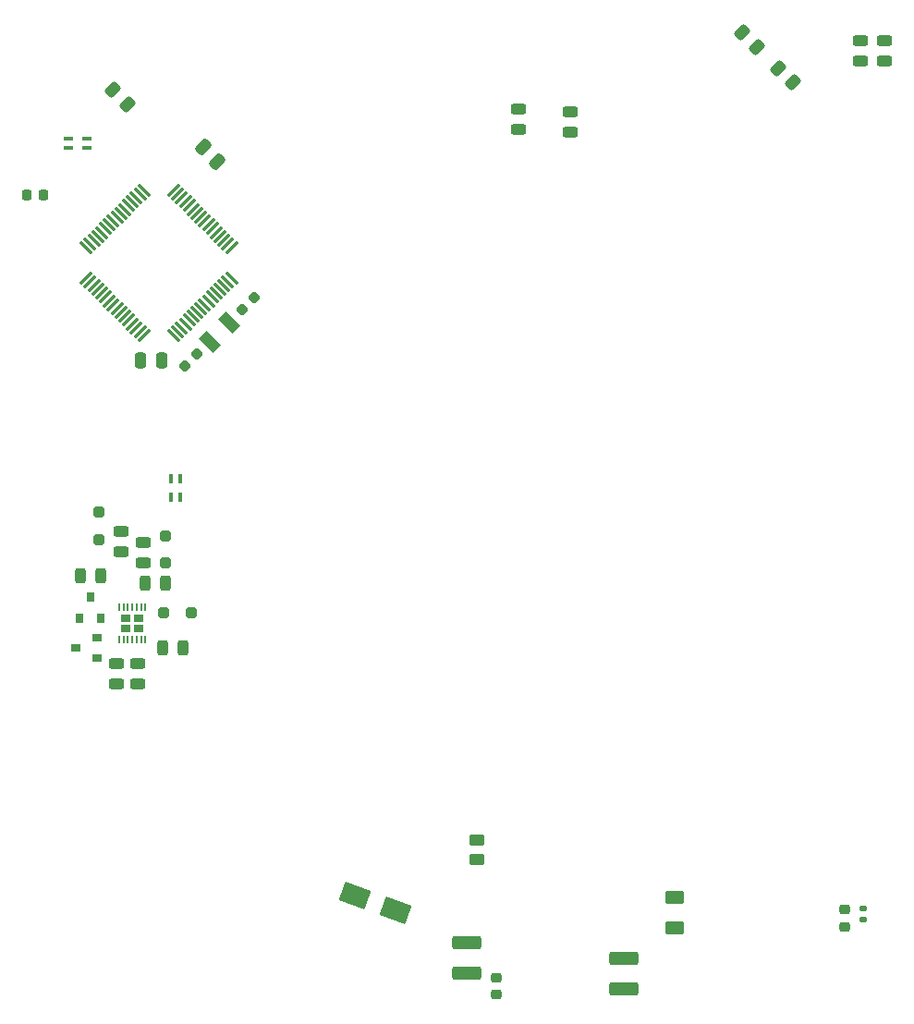
<source format=gbr>
G04 #@! TF.GenerationSoftware,KiCad,Pcbnew,7.0.10*
G04 #@! TF.CreationDate,2024-08-19T09:51:56-07:00*
G04 #@! TF.ProjectId,LCP_PowerControl,4c43505f-506f-4776-9572-436f6e74726f,rev?*
G04 #@! TF.SameCoordinates,Original*
G04 #@! TF.FileFunction,Paste,Bot*
G04 #@! TF.FilePolarity,Positive*
%FSLAX46Y46*%
G04 Gerber Fmt 4.6, Leading zero omitted, Abs format (unit mm)*
G04 Created by KiCad (PCBNEW 7.0.10) date 2024-08-19 09:51:56*
%MOMM*%
%LPD*%
G01*
G04 APERTURE LIST*
G04 Aperture macros list*
%AMRoundRect*
0 Rectangle with rounded corners*
0 $1 Rounding radius*
0 $2 $3 $4 $5 $6 $7 $8 $9 X,Y pos of 4 corners*
0 Add a 4 corners polygon primitive as box body*
4,1,4,$2,$3,$4,$5,$6,$7,$8,$9,$2,$3,0*
0 Add four circle primitives for the rounded corners*
1,1,$1+$1,$2,$3*
1,1,$1+$1,$4,$5*
1,1,$1+$1,$6,$7*
1,1,$1+$1,$8,$9*
0 Add four rect primitives between the rounded corners*
20,1,$1+$1,$2,$3,$4,$5,0*
20,1,$1+$1,$4,$5,$6,$7,0*
20,1,$1+$1,$6,$7,$8,$9,0*
20,1,$1+$1,$8,$9,$2,$3,0*%
%AMRotRect*
0 Rectangle, with rotation*
0 The origin of the aperture is its center*
0 $1 length*
0 $2 width*
0 $3 Rotation angle, in degrees counterclockwise*
0 Add horizontal line*
21,1,$1,$2,0,0,$3*%
G04 Aperture macros list end*
%ADD10RoundRect,0.250000X-0.250000X-0.475000X0.250000X-0.475000X0.250000X0.475000X-0.250000X0.475000X0*%
%ADD11RoundRect,0.250000X0.512652X0.159099X0.159099X0.512652X-0.512652X-0.159099X-0.159099X-0.512652X0*%
%ADD12RoundRect,0.243750X-0.456250X0.243750X-0.456250X-0.243750X0.456250X-0.243750X0.456250X0.243750X0*%
%ADD13RoundRect,0.243750X-0.243750X-0.456250X0.243750X-0.456250X0.243750X0.456250X-0.243750X0.456250X0*%
%ADD14RoundRect,0.218750X0.026517X-0.335876X0.335876X-0.026517X-0.026517X0.335876X-0.335876X0.026517X0*%
%ADD15RoundRect,0.250000X0.625000X-0.375000X0.625000X0.375000X-0.625000X0.375000X-0.625000X-0.375000X0*%
%ADD16RoundRect,0.218750X-0.256250X0.218750X-0.256250X-0.218750X0.256250X-0.218750X0.256250X0.218750X0*%
%ADD17R,0.800000X0.900000*%
%ADD18R,0.900000X0.800000*%
%ADD19RoundRect,0.243750X-0.494975X-0.150260X-0.150260X-0.494975X0.494975X0.150260X0.150260X0.494975X0*%
%ADD20RoundRect,0.243750X0.494975X0.150260X0.150260X0.494975X-0.494975X-0.150260X-0.150260X-0.494975X0*%
%ADD21RoundRect,0.135000X0.185000X-0.135000X0.185000X0.135000X-0.185000X0.135000X-0.185000X-0.135000X0*%
%ADD22R,0.400000X0.900000*%
%ADD23R,0.900000X0.400000*%
%ADD24RoundRect,0.075000X-0.441942X-0.548008X0.548008X0.441942X0.441942X0.548008X-0.548008X-0.441942X0*%
%ADD25RoundRect,0.075000X0.441942X-0.548008X0.548008X-0.441942X-0.441942X0.548008X-0.548008X0.441942X0*%
%ADD26RotRect,1.000000X1.800000X225.000000*%
%ADD27RotRect,2.500000X1.800000X340.000000*%
%ADD28RoundRect,0.250000X-1.075000X0.375000X-1.075000X-0.375000X1.075000X-0.375000X1.075000X0.375000X0*%
%ADD29RoundRect,0.249999X-0.450001X0.262501X-0.450001X-0.262501X0.450001X-0.262501X0.450001X0.262501X0*%
%ADD30RoundRect,0.218750X0.218750X0.256250X-0.218750X0.256250X-0.218750X-0.256250X0.218750X-0.256250X0*%
%ADD31RoundRect,0.243750X0.456250X-0.243750X0.456250X0.243750X-0.456250X0.243750X-0.456250X-0.243750X0*%
%ADD32RoundRect,0.218750X-0.026517X0.335876X-0.335876X0.026517X0.026517X-0.335876X0.335876X-0.026517X0*%
%ADD33RoundRect,0.243750X0.243750X0.456250X-0.243750X0.456250X-0.243750X-0.456250X0.243750X-0.456250X0*%
%ADD34R,0.970000X0.700000*%
%ADD35R,0.250000X0.700000*%
%ADD36RoundRect,0.250000X-0.250000X-0.250000X0.250000X-0.250000X0.250000X0.250000X-0.250000X0.250000X0*%
%ADD37RoundRect,0.250000X0.250000X-0.250000X0.250000X0.250000X-0.250000X0.250000X-0.250000X-0.250000X0*%
G04 APERTURE END LIST*
D10*
X87000000Y-89070000D03*
X88900000Y-89070000D03*
D11*
X94021751Y-70901751D03*
X92678249Y-69558249D03*
D12*
X84772500Y-116840000D03*
X84772500Y-118715000D03*
X86741000Y-116870000D03*
X86741000Y-118745000D03*
D13*
X88978500Y-115443000D03*
X90853500Y-115443000D03*
D14*
X90995500Y-89598500D03*
X92109194Y-88484806D03*
D15*
X135890000Y-141097000D03*
X135890000Y-138297000D03*
D16*
X119570500Y-145618000D03*
X119570500Y-147193000D03*
D17*
X83312000Y-112712500D03*
X81412000Y-112712500D03*
X82362000Y-110712500D03*
D18*
X82994500Y-114432000D03*
X82994500Y-116332000D03*
X80994500Y-115382000D03*
D13*
X81422000Y-108839000D03*
X83297000Y-108839000D03*
D12*
X126339600Y-66270900D03*
X126339600Y-68145900D03*
D19*
X142085087Y-59027087D03*
X143410913Y-60352913D03*
D20*
X85770275Y-65601157D03*
X84444449Y-64275331D03*
D16*
X151511000Y-139395000D03*
X151511000Y-140970000D03*
D21*
X153162000Y-140311500D03*
X153162000Y-139291500D03*
D22*
X90570000Y-101624500D03*
X89770000Y-101624500D03*
X89770000Y-99924500D03*
X90570000Y-99924500D03*
D23*
X80342000Y-69570500D03*
X80342000Y-68770500D03*
X82042000Y-68770500D03*
X82042000Y-69570500D03*
D24*
X87284819Y-86801481D03*
X86931266Y-86447928D03*
X86577713Y-86094375D03*
X86224159Y-85740821D03*
X85870606Y-85387268D03*
X85517052Y-85033714D03*
X85163499Y-84680161D03*
X84809946Y-84326608D03*
X84456392Y-83973054D03*
X84102839Y-83619501D03*
X83749286Y-83265948D03*
X83395732Y-82912394D03*
X83042179Y-82558841D03*
X82688625Y-82205287D03*
X82335072Y-81851734D03*
X81981519Y-81498181D03*
D25*
X81981519Y-78775819D03*
X82335072Y-78422266D03*
X82688625Y-78068713D03*
X83042179Y-77715159D03*
X83395732Y-77361606D03*
X83749286Y-77008052D03*
X84102839Y-76654499D03*
X84456392Y-76300946D03*
X84809946Y-75947392D03*
X85163499Y-75593839D03*
X85517052Y-75240286D03*
X85870606Y-74886732D03*
X86224159Y-74533179D03*
X86577713Y-74179625D03*
X86931266Y-73826072D03*
X87284819Y-73472519D03*
D24*
X90007181Y-73472519D03*
X90360734Y-73826072D03*
X90714287Y-74179625D03*
X91067841Y-74533179D03*
X91421394Y-74886732D03*
X91774948Y-75240286D03*
X92128501Y-75593839D03*
X92482054Y-75947392D03*
X92835608Y-76300946D03*
X93189161Y-76654499D03*
X93542714Y-77008052D03*
X93896268Y-77361606D03*
X94249821Y-77715159D03*
X94603375Y-78068713D03*
X94956928Y-78422266D03*
X95310481Y-78775819D03*
D25*
X95310481Y-81498181D03*
X94956928Y-81851734D03*
X94603375Y-82205287D03*
X94249821Y-82558841D03*
X93896268Y-82912394D03*
X93542714Y-83265948D03*
X93189161Y-83619501D03*
X92835608Y-83973054D03*
X92482054Y-84326608D03*
X92128501Y-84680161D03*
X91774948Y-85033714D03*
X91421394Y-85387268D03*
X91067841Y-85740821D03*
X90714287Y-86094375D03*
X90360734Y-86447928D03*
X90007181Y-86801481D03*
D26*
X93350117Y-87370883D03*
X95117883Y-85603117D03*
D27*
X106578615Y-138063460D03*
X110337385Y-139431540D03*
D28*
X131254500Y-143821500D03*
X131254500Y-146621500D03*
X116865400Y-142386400D03*
X116865400Y-145186400D03*
D29*
X117792500Y-132983500D03*
X117792500Y-134808500D03*
D12*
X152908000Y-59791600D03*
X152908000Y-61666600D03*
X155143200Y-59791600D03*
X155143200Y-61666600D03*
D19*
X145415000Y-62293500D03*
X146740826Y-63619326D03*
D12*
X87185500Y-105727500D03*
X87185500Y-107602500D03*
D30*
X78097500Y-73950000D03*
X76522500Y-73950000D03*
D31*
X121564400Y-67942700D03*
X121564400Y-66067700D03*
D32*
X97394347Y-83326653D03*
X96280653Y-84440347D03*
D33*
X89281000Y-109474000D03*
X87406000Y-109474000D03*
D12*
X85217000Y-104741500D03*
X85217000Y-106616500D03*
D34*
X85625000Y-113600000D03*
X86800000Y-113600000D03*
X85625000Y-112705000D03*
X86800000Y-112705000D03*
D35*
X87412500Y-114630000D03*
X87012500Y-114630000D03*
X86612500Y-114630000D03*
X86212500Y-114630000D03*
X85812500Y-114630000D03*
X85412500Y-114630000D03*
X85012500Y-114630000D03*
X85012500Y-111680000D03*
X85412500Y-111680000D03*
X85812500Y-111680000D03*
X86212500Y-111680000D03*
X86612500Y-111680000D03*
X87012500Y-111680000D03*
X87412500Y-111680000D03*
D36*
X89102500Y-112220000D03*
X91602500Y-112220000D03*
D37*
X89210000Y-107630000D03*
X89210000Y-105130000D03*
X83160000Y-105467500D03*
X83160000Y-102967500D03*
M02*

</source>
